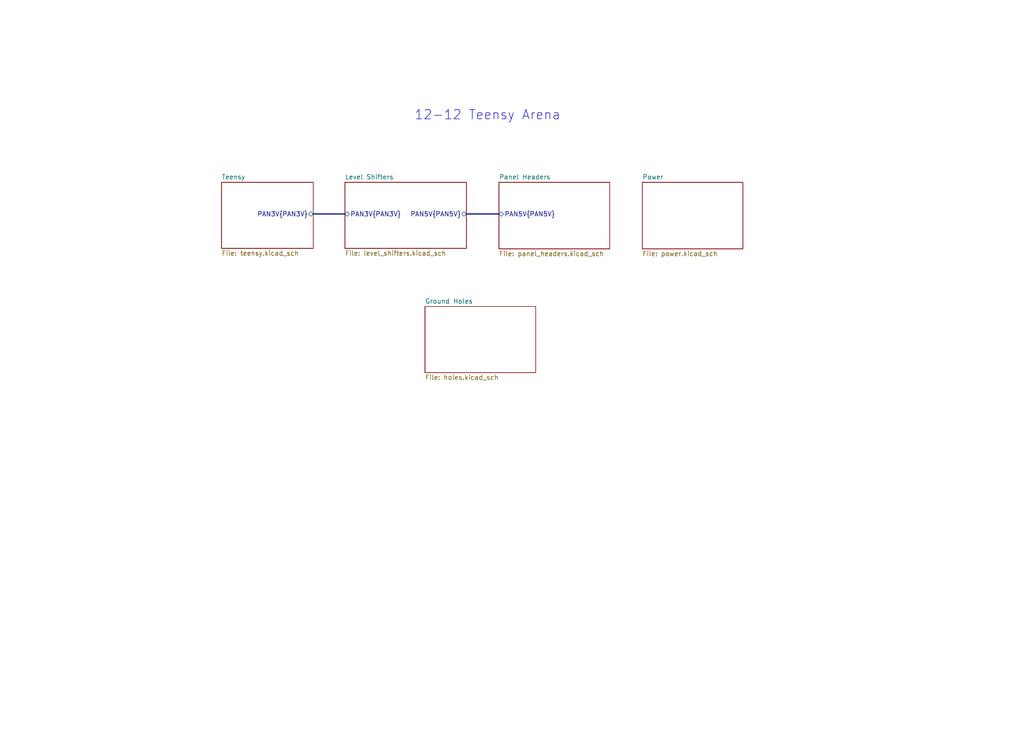
<source format=kicad_sch>
(kicad_sch
	(version 20231120)
	(generator "eeschema")
	(generator_version "8.0")
	(uuid "a2511654-3a17-43f1-8b9e-c45e375533dc")
	(paper "User" 279.4 203.2)
	(title_block
		(date "11 jun 2015")
	)
	(lib_symbols)
	(bus
		(pts
			(xy 127.254 58.42) (xy 136.144 58.42)
		)
		(stroke
			(width 0)
			(type default)
		)
		(uuid "11599b83-9845-413e-9811-ae4cea08730c")
	)
	(bus
		(pts
			(xy 85.471 58.42) (xy 94.107 58.42)
		)
		(stroke
			(width 0)
			(type default)
		)
		(uuid "a477b9ef-abf4-450a-83f5-c73ed272da54")
	)
	(text "12-12 Teensy Arena"
		(exclude_from_sim no)
		(at 113.03 33.02 0)
		(effects
			(font
				(size 2.54 2.54)
			)
			(justify left bottom)
		)
		(uuid "5a21ad0e-00ff-4028-aa06-98e7a7edcffd")
	)
	(sheet
		(at 94.107 49.784)
		(size 33.147 18.034)
		(fields_autoplaced yes)
		(stroke
			(width 0.1524)
			(type solid)
		)
		(fill
			(color 0 0 0 0.0000)
		)
		(uuid "089bb880-f417-4f64-98ac-7a8591f9a34e")
		(property "Sheetname" "Level Shifters"
			(at 94.107 49.0724 0)
			(effects
				(font
					(size 1.27 1.27)
				)
				(justify left bottom)
			)
		)
		(property "Sheetfile" "level_shifters.kicad_sch"
			(at 94.107 68.4026 0)
			(effects
				(font
					(size 1.27 1.27)
				)
				(justify left top)
			)
		)
		(pin "PAN5V{PAN5V}" bidirectional
			(at 127.254 58.42 0)
			(effects
				(font
					(size 1.27 1.27)
				)
				(justify right)
			)
			(uuid "480d7a5f-a5ec-4daa-b239-a93636939131")
		)
		(pin "PAN3V{PAN3V}" bidirectional
			(at 94.107 58.42 180)
			(effects
				(font
					(size 1.27 1.27)
				)
				(justify left)
			)
			(uuid "5d4f953c-19b0-4f53-bd0d-b3422a7632b8")
		)
		(instances
			(project "teensy_arena_12-12"
				(path "/a2511654-3a17-43f1-8b9e-c45e375533dc"
					(page "3")
				)
			)
		)
	)
	(sheet
		(at 175.26 49.784)
		(size 27.432 18.161)
		(fields_autoplaced yes)
		(stroke
			(width 0.1524)
			(type solid)
		)
		(fill
			(color 0 0 0 0.0000)
		)
		(uuid "17861c68-32c3-4000-8a50-4f303c28fa47")
		(property "Sheetname" "Power"
			(at 175.26 49.0724 0)
			(effects
				(font
					(size 1.27 1.27)
				)
				(justify left bottom)
			)
		)
		(property "Sheetfile" "power.kicad_sch"
			(at 175.26 68.5296 0)
			(effects
				(font
					(size 1.27 1.27)
				)
				(justify left top)
			)
		)
		(instances
			(project "teensy_arena_12-12"
				(path "/a2511654-3a17-43f1-8b9e-c45e375533dc"
					(page "6")
				)
			)
		)
	)
	(sheet
		(at 115.951 83.693)
		(size 30.226 18.034)
		(fields_autoplaced yes)
		(stroke
			(width 0.1524)
			(type solid)
		)
		(fill
			(color 0 0 0 0.0000)
		)
		(uuid "24a22302-295f-4a79-8162-dc1243f756aa")
		(property "Sheetname" "Ground Holes"
			(at 115.951 82.9814 0)
			(effects
				(font
					(size 1.27 1.27)
				)
				(justify left bottom)
			)
		)
		(property "Sheetfile" "holes.kicad_sch"
			(at 115.951 102.3116 0)
			(effects
				(font
					(size 1.27 1.27)
				)
				(justify left top)
			)
		)
		(instances
			(project "teensy_arena_12-12"
				(path "/a2511654-3a17-43f1-8b9e-c45e375533dc"
					(page "6")
				)
			)
		)
	)
	(sheet
		(at 60.452 49.784)
		(size 25.019 18.034)
		(fields_autoplaced yes)
		(stroke
			(width 0.1524)
			(type solid)
		)
		(fill
			(color 0 0 0 0.0000)
		)
		(uuid "5b6d0be6-08d3-404a-9e9b-565c640343d3")
		(property "Sheetname" "Teensy"
			(at 60.452 49.0724 0)
			(effects
				(font
					(size 1.27 1.27)
				)
				(justify left bottom)
			)
		)
		(property "Sheetfile" "teensy.kicad_sch"
			(at 60.452 68.4026 0)
			(effects
				(font
					(size 1.27 1.27)
				)
				(justify left top)
			)
		)
		(pin "PAN3V{PAN3V}" bidirectional
			(at 85.471 58.42 0)
			(effects
				(font
					(size 1.27 1.27)
				)
				(justify right)
			)
			(uuid "8d9a1fff-6639-4fa2-a0c8-4120bae8a6b8")
		)
		(instances
			(project "teensy_arena_12-12"
				(path "/a2511654-3a17-43f1-8b9e-c45e375533dc"
					(page "5")
				)
			)
		)
	)
	(sheet
		(at 136.144 49.784)
		(size 30.226 18.161)
		(fields_autoplaced yes)
		(stroke
			(width 0.1524)
			(type solid)
		)
		(fill
			(color 0 0 0 0.0000)
		)
		(uuid "ad9c294f-d898-4a63-8d96-c5c7fb69f139")
		(property "Sheetname" "Panel Headers"
			(at 136.144 49.0724 0)
			(effects
				(font
					(size 1.27 1.27)
				)
				(justify left bottom)
			)
		)
		(property "Sheetfile" "panel_headers.kicad_sch"
			(at 136.144 68.5296 0)
			(effects
				(font
					(size 1.27 1.27)
				)
				(justify left top)
			)
		)
		(pin "PAN5V{PAN5V}" bidirectional
			(at 136.144 58.42 180)
			(effects
				(font
					(size 1.27 1.27)
				)
				(justify left)
			)
			(uuid "49aa195d-e245-46fa-8354-affe8b81a14d")
		)
		(instances
			(project "teensy_arena_12-12"
				(path "/a2511654-3a17-43f1-8b9e-c45e375533dc"
					(page "2")
				)
			)
		)
	)
	(sheet_instances
		(path "/"
			(page "1")
		)
	)
)

</source>
